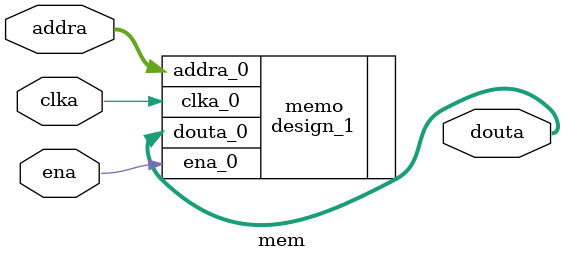
<source format=v>
`timescale 1ns / 1ps


module mem(clka, ena, addra, douta);

input [0:7]addra;
input clka, ena;
output [15:0]douta;

design_1 memo(
    .addra_0(addra),
    .clka_0(clka),
    .douta_0(douta),
    .ena_0(ena)
    );

endmodule

</source>
